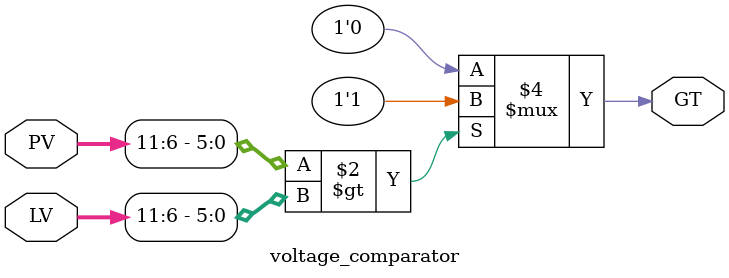
<source format=v>

module voltage_comparator(
   input wire [11:0] PV, // pending value (ADC)
   input wire [11:0] LV, // last value (register)
   output reg GT // greater flag
);

always @(PV, LV) begin
   if(PV[11:6] > LV[11:6]) begin // [9:4] last bits are not relevant in the comparison
      GT <= 1'b1;
   end
   else begin
      GT <= 1'b0;
   end
end


endmodule

</source>
